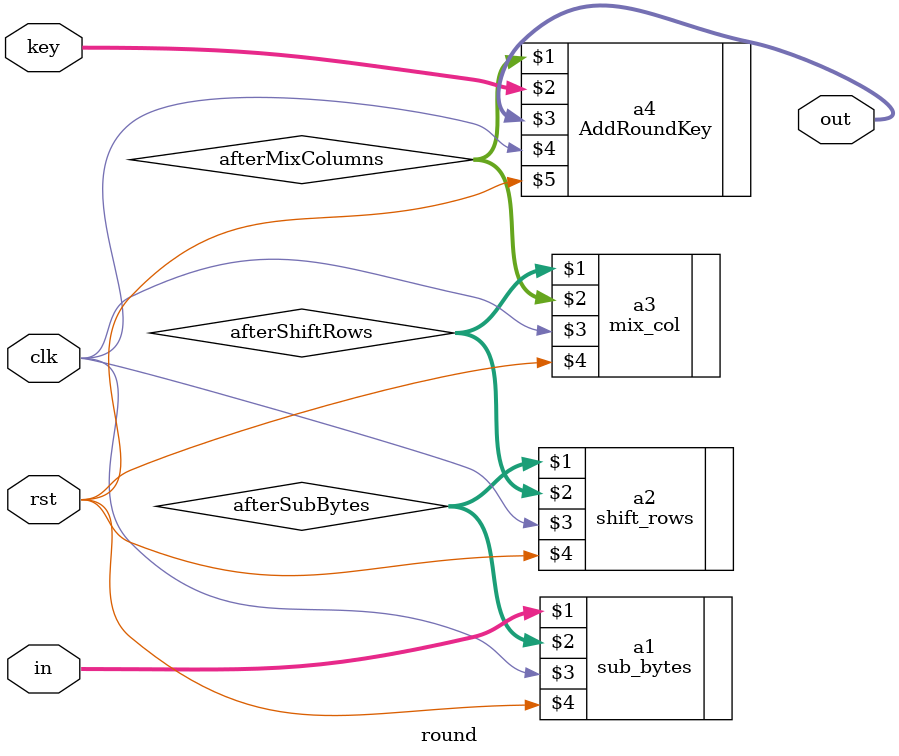
<source format=v>
`timescale 1ns / 1ps

module round(
    input [127:0] in,
    input [127:0] key,
    output [127:0] out,
    input clk,
    input rst
    );

wire [127:0] afterSubBytes;
wire [127:0] afterShiftRows;
wire [127:0] afterMixColumns;
wire [127:0] afterAddroundKey;

sub_bytes a1(in,afterSubBytes,clk,rst);
shift_rows a2(afterSubBytes,afterShiftRows,clk,rst);
mix_col a3(afterShiftRows,afterMixColumns,clk,rst);
AddRoundKey a4(afterMixColumns,key,out,clk,rst);
endmodule

</source>
